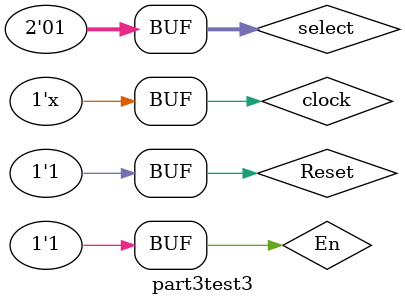
<source format=v>
`timescale 1ns / 1ps


module part3test3;

	// Inputs
	reg clock;
	reg Reset;
	reg En;
   reg [1:0] select;
  
	wire [1:0] Counter_Out;
	wire out1;
	// Instantiate the Unit Under Test (UUT)
	TwoBitCounter uut (
		.clock(clock), 
		.Reset(Reset), 
		.En(En),
		.select(select),
		.Counter_Out(Counter_Out),
		.out1(out1)
	);
	always #5 clock = ~clock;

	initial begin
		// Initialize Inputs
		clock = 0;
		Reset = 0;
		En = 0;
		select = 2'b00;
	



		// Wait 100 ns for global reset to finish
		#10;
		
		Reset = 1;
		En = 1;
      select = 2'b10;

      #10
      select = 2'b11;
      //En = 0;
      #10
      select = 2'b01;	
      
      end		
	   // Add stimulus here
	

	      
endmodule


</source>
